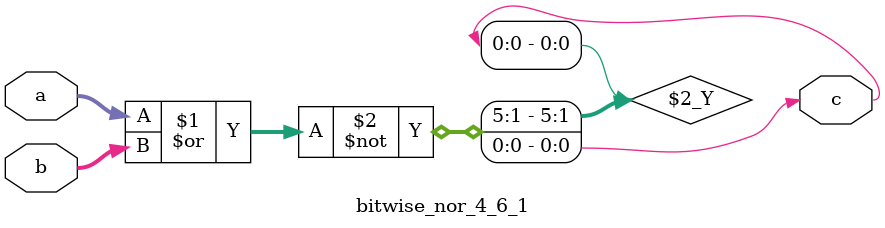
<source format=v>
module bitwise_nor_4_6_1(a, b, c);
  input [3:0] a;
  input [5:0] b;
  output c;
  assign c = a ~| b;
endmodule

</source>
